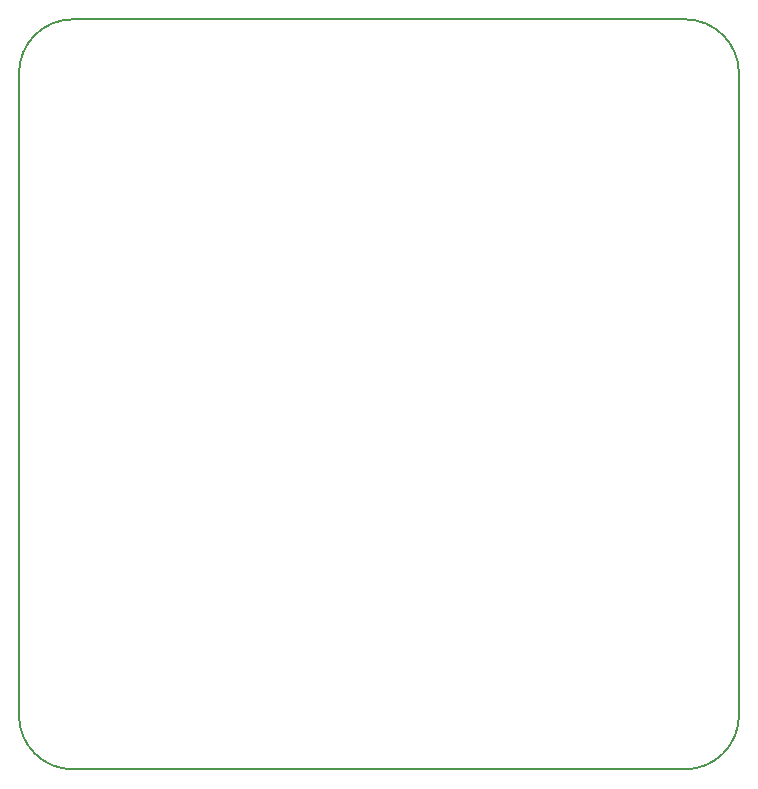
<source format=gbr>
G04 #@! TF.FileFunction,Profile,NP*
%FSLAX46Y46*%
G04 Gerber Fmt 4.6, Leading zero omitted, Abs format (unit mm)*
G04 Created by KiCad (PCBNEW 4.0.6) date 03/04/18 21:13:50*
%MOMM*%
%LPD*%
G01*
G04 APERTURE LIST*
%ADD10C,0.100000*%
%ADD11C,0.150000*%
G04 APERTURE END LIST*
D10*
D11*
X134112000Y-66040000D02*
X185928000Y-66040000D01*
X129540000Y-124968000D02*
G75*
G03X134112000Y-129540000I4572000J0D01*
G01*
X185928000Y-129540000D02*
G75*
G03X190500000Y-124968000I0J4572000D01*
G01*
X129540000Y-124968000D02*
X129540000Y-70612000D01*
X190500000Y-70612000D02*
G75*
G03X185928000Y-66040000I-4572000J0D01*
G01*
X134112000Y-66040000D02*
G75*
G03X129540000Y-70612000I0J-4572000D01*
G01*
X185928000Y-129540000D02*
X134112000Y-129540000D01*
X190500000Y-70612000D02*
X190500000Y-124968000D01*
M02*

</source>
